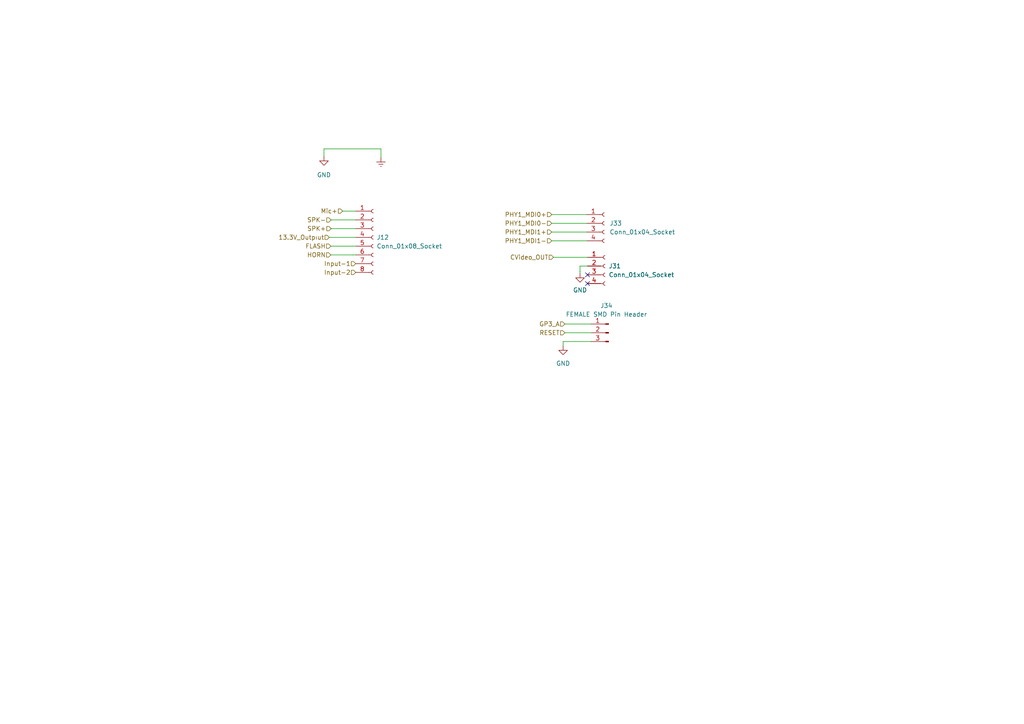
<source format=kicad_sch>
(kicad_sch (version 20230819) (generator eeschema)
  (paper "A4")
  (lib_symbols
    (symbol "Connector:Conn_01x03_Pin" (pin_names (offset 1.016) hide)
      (property "Reference" "J" (at 0 5.08 0))
      (property "Value" "Conn_01x03_Pin" (at 0 -5.08 0))
      (symbol "Conn_01x03_Pin_1_1"
        (polyline (pts (xy 1.27 -2.54) (xy 0.8636 -2.54)) (stroke (width 0.1524)))
        (polyline (pts (xy 1.27 0) (xy 0.8636 0)) (stroke (width 0.1524)))
        (polyline (pts (xy 1.27 2.54) (xy 0.8636 2.54)) (stroke (width 0.1524)))
        (rectangle (start 0.8636 -2.413) (end 0 -2.667) (stroke (width 0.1524)) (fill (type outline)))
        (rectangle (start 0.8636 0.127) (end 0 -0.127) (stroke (width 0.1524)) (fill (type outline)))
        (rectangle (start 0.8636 2.667) (end 0 2.413) (stroke (width 0.1524)) (fill (type outline)))
        (pin passive line (at 5.08 2.54 180) (length 3.81) (name "Pin_1") (number "1"))
        (pin passive line (at 5.08 0 180) (length 3.81) (name "Pin_2") (number "2"))
        (pin passive line (at 5.08 -2.54 180) (length 3.81) (name "Pin_3") (number "3"))
      )
    )
    (symbol "Connector:Conn_01x04_Socket" (pin_names (offset 1.016) hide)
      (property "Reference" "J" (at 0 5.08 0))
      (property "Value" "Conn_01x04_Socket" (at 0 -7.62 0))
      (symbol "Conn_01x04_Socket_1_1"
        (arc (start 0 -4.572) (mid -0.5058 -5.08) (end 0 -5.588) (stroke (width 0.1524)))
        (arc (start 0 -2.032) (mid -0.5058 -2.54) (end 0 -3.048) (stroke (width 0.1524)))
        (polyline (pts (xy -1.27 -5.08) (xy -0.508 -5.08)) (stroke (width 0.1524)))
        (polyline (pts (xy -1.27 -2.54) (xy -0.508 -2.54)) (stroke (width 0.1524)))
        (polyline (pts (xy -1.27 0) (xy -0.508 0)) (stroke (width 0.1524)))
        (polyline (pts (xy -1.27 2.54) (xy -0.508 2.54)) (stroke (width 0.1524)))
        (arc (start 0 0.508) (mid -0.5058 0) (end 0 -0.508) (stroke (width 0.1524)))
        (arc (start 0 3.048) (mid -0.5058 2.54) (end 0 2.032) (stroke (width 0.1524)))
        (pin passive line (at -5.08 2.54 0) (length 3.81) (name "Pin_1") (number "1"))
        (pin passive line (at -5.08 0 0) (length 3.81) (name "Pin_2") (number "2"))
        (pin passive line (at -5.08 -2.54 0) (length 3.81) (name "Pin_3") (number "3"))
        (pin passive line (at -5.08 -5.08 0) (length 3.81) (name "Pin_4") (number "4"))
      )
    )
    (symbol "Connector:Conn_01x08_Socket" (pin_names (offset 1.016) hide)
      (property "Reference" "J" (at 0 10.16 0))
      (property "Value" "Conn_01x08_Socket" (at 0 -12.7 0))
      (symbol "Conn_01x08_Socket_1_1"
        (arc (start 0 -9.652) (mid -0.5058 -10.16) (end 0 -10.668) (stroke (width 0.1524)))
        (arc (start 0 -7.112) (mid -0.5058 -7.62) (end 0 -8.128) (stroke (width 0.1524)))
        (arc (start 0 -4.572) (mid -0.5058 -5.08) (end 0 -5.588) (stroke (width 0.1524)))
        (arc (start 0 -2.032) (mid -0.5058 -2.54) (end 0 -3.048) (stroke (width 0.1524)))
        (polyline (pts (xy -1.27 -10.16) (xy -0.508 -10.16)) (stroke (width 0.1524)))
        (polyline (pts (xy -1.27 -7.62) (xy -0.508 -7.62)) (stroke (width 0.1524)))
        (polyline (pts (xy -1.27 -5.08) (xy -0.508 -5.08)) (stroke (width 0.1524)))
        (polyline (pts (xy -1.27 -2.54) (xy -0.508 -2.54)) (stroke (width 0.1524)))
        (polyline (pts (xy -1.27 0) (xy -0.508 0)) (stroke (width 0.1524)))
        (polyline (pts (xy -1.27 2.54) (xy -0.508 2.54)) (stroke (width 0.1524)))
        (polyline (pts (xy -1.27 5.08) (xy -0.508 5.08)) (stroke (width 0.1524)))
        (polyline (pts (xy -1.27 7.62) (xy -0.508 7.62)) (stroke (width 0.1524)))
        (arc (start 0 0.508) (mid -0.5058 0) (end 0 -0.508) (stroke (width 0.1524)))
        (arc (start 0 3.048) (mid -0.5058 2.54) (end 0 2.032) (stroke (width 0.1524)))
        (arc (start 0 5.588) (mid -0.5058 5.08) (end 0 4.572) (stroke (width 0.1524)))
        (arc (start 0 8.128) (mid -0.5058 7.62) (end 0 7.112) (stroke (width 0.1524)))
        (pin passive line (at -5.08 7.62 0) (length 3.81) (name "Pin_1") (number "1"))
        (pin passive line (at -5.08 5.08 0) (length 3.81) (name "Pin_2") (number "2"))
        (pin passive line (at -5.08 2.54 0) (length 3.81) (name "Pin_3") (number "3"))
        (pin passive line (at -5.08 0 0) (length 3.81) (name "Pin_4") (number "4"))
        (pin passive line (at -5.08 -2.54 0) (length 3.81) (name "Pin_5") (number "5"))
        (pin passive line (at -5.08 -5.08 0) (length 3.81) (name "Pin_6") (number "6"))
        (pin passive line (at -5.08 -7.62 0) (length 3.81) (name "Pin_7") (number "7"))
        (pin passive line (at -5.08 -10.16 0) (length 3.81) (name "Pin_8") (number "8"))
      )
    )
    (symbol "power:Earth" (power) (pin_names (offset 0))
      (symbol "Earth_0_1"
        (polyline (pts (xy -0.635 -1.905) (xy 0.635 -1.905)))
        (polyline (pts (xy -0.127 -2.54) (xy 0.127 -2.54)))
        (polyline (pts (xy 0 -1.27) (xy 0 0)))
        (polyline (pts (xy 1.27 -1.27) (xy -1.27 -1.27)))
      )
      (symbol "Earth_1_1"
        (pin power_in line (at 0 0 270) (length 0) hide (name "Earth") (number "1"))
      )
    )
    (symbol "power:GND" (power) (pin_names (offset 0))
      (property "Value" "GND" (at 0 -3.81 0))
      (symbol "GND_0_1"
        (polyline (pts (xy 0 0) (xy 0 -1.27) (xy 1.27 -1.27) (xy 0 -2.54) (xy -1.27 -1.27) (xy 0 -1.27)))
      )
      (symbol "GND_1_1"
        (pin power_in line (at 0 0 270) (length 0) hide (name "GND") (number "1"))
      )
    )
  )
  (no_connect (at 170.4019 82.2478))
  (no_connect (at 170.4019 79.7078))
  (wire (pts (xy 168.2241 77.1678) (xy 168.2241 78.74)))
  (wire (pts (xy 160.02 67.31) (xy 170.18 67.31)))
  (wire (pts (xy 168.2241 78.74) (xy 168.2294 78.74)))
  (wire (pts (xy 103.1713 73.9364) (xy 102.3997 73.9364)))
  (wire (pts (xy 110.49 43.18) (xy 110.49 45.72)))
  (wire (pts (xy 160.02 69.85) (xy 170.18 69.85)))
  (wire (pts (xy 168.2294 78.74) (xy 168.2294 79.3113)))
  (wire (pts (xy 96.0243 63.7919) (xy 96.0243 63.7764)))
  (wire (pts (xy 163.322 99.06) (xy 163.322 100.33)))
  (wire (pts (xy 103.1713 71.3964) (xy 102.1457 71.3964)))
  (wire (pts (xy 102.1457 71.3964) (xy 102.1457 71.3954)))
  (wire (pts (xy 95.5081 68.854) (xy 95.5081 68.8564)))
  (wire (pts (xy 170.4019 77.1678) (xy 168.2241 77.1678)))
  (wire (pts (xy 95.956 71.3954) (xy 102.1457 71.3954)))
  (wire (pts (xy 96.0423 66.3091) (xy 96.0423 66.3164)))
  (wire (pts (xy 110.49 43.18) (xy 93.9594 43.18)))
  (wire (pts (xy 163.83 93.98) (xy 171.45 93.98)))
  (wire (pts (xy 102.3997 73.9354) (xy 95.956 73.9354)))
  (wire (pts (xy 96.0243 63.7764) (xy 103.1713 63.7764)))
  (wire (pts (xy 93.9594 43.18) (xy 93.9594 45.3968)))
  (wire (pts (xy 95.5081 68.8564) (xy 103.1713 68.8564)))
  (wire (pts (xy 99.3776 61.226) (xy 99.3776 61.2364)))
  (wire (pts (xy 160.02 62.23) (xy 170.18 62.23)))
  (wire (pts (xy 102.3997 73.9364) (xy 102.3997 73.9354)))
  (wire (pts (xy 171.45 99.06) (xy 163.322 99.06)))
  (wire (pts (xy 96.0423 66.3164) (xy 103.1713 66.3164)))
  (wire (pts (xy 163.83 96.52) (xy 171.45 96.52)))
  (wire (pts (xy 160.02 64.77) (xy 170.18 64.77)))
  (wire (pts (xy 170.4019 74.6278) (xy 160.5317 74.6278)))
  (wire (pts (xy 99.3776 61.2364) (xy 103.1713 61.2364)))
  (hierarchical_label "GP3_A" (shape input) (at 163.83 93.98 180))
  (hierarchical_label "PHY1_MDI1+" (shape input) (at 160.02 67.31 180))
  (hierarchical_label "RESET" (shape input) (at 163.83 96.52 180))
  (hierarchical_label "PHY1_MDI1-" (shape input) (at 160.02 69.85 180))
  (hierarchical_label "SPK+" (shape input) (at 96.0423 66.3091 180))
  (hierarchical_label "PHY1_MDI0-" (shape input) (at 160.02 64.77 180))
  (hierarchical_label "PHY1_MDI0+" (shape input) (at 160.02 62.23 180))
  (hierarchical_label "Mic+" (shape input) (at 99.3776 61.226 180))
  (hierarchical_label "Input-2" (shape input) (at 103.1713 79.0164 180))
  (hierarchical_label "HORN" (shape input) (at 95.956 73.9354 180))
  (hierarchical_label "CVideo_OUT" (shape input) (at 160.5317 74.6278 180))
  (hierarchical_label "Input-1" (shape input) (at 103.1713 76.4764 180))
  (hierarchical_label "FLASH" (shape input) (at 95.956 71.3954 180))
  (hierarchical_label "13.3V_Outpıut" (shape input) (at 95.5081 68.854 180))
  (hierarchical_label "SPK-" (shape input) (at 96.0243 63.7919 180))
  (symbol (lib_id "Connector:Conn_01x04_Socket") (at 175.26 64.77 0) (unit 1)
    (property "Reference" "J33" (at 176.784 64.7699 0) (effects (justify left)))
    (property "Value" "Conn_01x04_Socket" (at 176.784 67.3099 0) (effects (justify left)))
    (property "Footprint" "Connector_PinSocket_2.54mm:PinSocket_2x02_P2.54mm_Vertical_SMD" (effects hide))
    (property "Description" "Generic connector, single row, 01x04, script generated" (effects hide))
  )
  (symbol (lib_id "Connector:Conn_01x04_Socket") (at 175.4819 77.1678 0) (unit 1)
    (property "Reference" "J31" (at 176.53 77.1677 0) (effects (justify left)))
    (property "Value" "Conn_01x04_Socket" (at 176.53 79.7077 0) (effects (justify left)))
    (property "Footprint" "Connector_PinSocket_2.54mm:PinSocket_2x02_P2.54mm_Vertical" (effects hide))
    (property "Description" "Generic connector, single row, 01x04, script generated" (effects hide))
  )
  (symbol (lib_id "power:GND") (at 93.9594 45.3968 0) (mirror y) (unit 1)
    (property "Reference" "#PWR0146" (effects hide))
    (property "Value" "GND" (at 93.9594 50.7308 0))
    (property "Description" "Power symbol creates a global label with name \"GND\" , ground" (effects hide))
  )
  (symbol (lib_id "Connector:Conn_01x08_Socket") (at 108.2513 68.8564 0) (unit 1)
    (property "Reference" "J12" (at 109.22 68.8563 0) (effects (justify left)))
    (property "Value" "Conn_01x08_Socket" (at 109.22 71.3963 0) (effects (justify left)))
    (property "Footprint" "KF2EDGH:KF2EDGH-3.81_8P" (effects hide))
    (property "Description" "Generic connector, single row, 01x08, script generated" (effects hide))
  )
  (symbol (lib_id "power:GND") (at 168.2294 79.3113 0) (unit 1)
    (property "Reference" "#PWR0228" (effects hide))
    (property "Value" "GND" (at 168.2294 84.1387 0))
    (property "Description" "Power symbol creates a global label with name \"GND\" , ground" (effects hide))
  )
  (symbol (lib_id "power:GND") (at 163.322 100.33 0) (unit 1)
    (property "Reference" "#PWR0226" (effects hide))
    (property "Value" "GND" (at 163.322 105.41 0))
    (property "Description" "Power symbol creates a global label with name \"GND\" , ground" (effects hide))
  )
  (symbol (lib_id "Connector:Conn_01x03_Pin") (at 176.53 96.52 0) (mirror y) (unit 1)
    (property "Reference" "J34" (at 175.895 88.646 0))
    (property "Value" "FEMALE SMD Pin Header" (at 175.895 91.186 0))
    (property "Footprint" "Connector_PinSocket_2.54mm:PinSocket_1x03_P2.54mm_Vertical_SMD_Pin1Left" (effects hide))
    (property "Description" "Generic connector, single row, 01x03, script generated" (effects hide))
  )
  (symbol (lib_id "power:Earth") (at 110.49 45.72 0) (unit 1)
    (property "Reference" "#PWR0162" (effects hide))
    (property "Value" "Earth" (effects hide))
    (property "Description" "Power symbol creates a global label with name \"Earth\"" (effects hide))
  )
)
</source>
